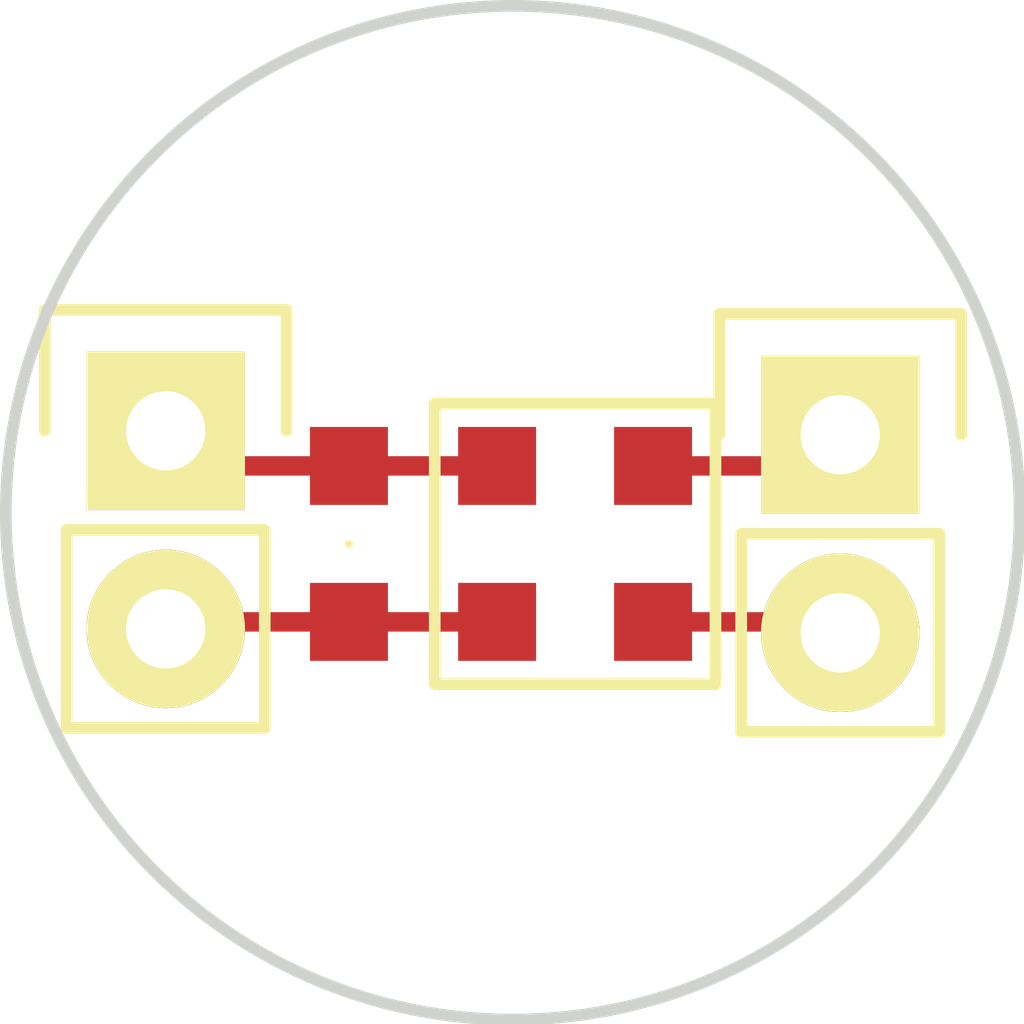
<source format=kicad_pcb>
(kicad_pcb (version 4) (host pcbnew 4.0.2+dfsg1-stable)

  (general
    (links 6)
    (no_connects 0)
    (area 25.474999 24.574999 38.625001 37.725001)
    (thickness 1.6)
    (drawings 1)
    (tracks 10)
    (zones 0)
    (modules 4)
    (nets 5)
  )

  (page A4)
  (layers
    (0 F.Cu signal)
    (31 B.Cu signal)
    (32 B.Adhes user)
    (33 F.Adhes user)
    (34 B.Paste user)
    (35 F.Paste user)
    (36 B.SilkS user)
    (37 F.SilkS user hide)
    (38 B.Mask user)
    (39 F.Mask user)
    (40 Dwgs.User user)
    (41 Cmts.User user)
    (42 Eco1.User user)
    (43 Eco2.User user)
    (44 Edge.Cuts user)
    (45 Margin user)
    (46 B.CrtYd user)
    (47 F.CrtYd user hide)
    (48 B.Fab user)
    (49 F.Fab user)
  )

  (setup
    (last_trace_width 0.25)
    (trace_clearance 0.25)
    (zone_clearance 0.5)
    (zone_45_only no)
    (trace_min 0.25)
    (segment_width 0.2)
    (edge_width 0.15)
    (via_size 0.6)
    (via_drill 0.4)
    (via_min_size 0.4)
    (via_min_drill 0.3)
    (uvia_size 0.3)
    (uvia_drill 0.1)
    (uvias_allowed no)
    (uvia_min_size 0.2)
    (uvia_min_drill 0.1)
    (pcb_text_width 0.3)
    (pcb_text_size 1.5 1.5)
    (mod_edge_width 0.15)
    (mod_text_size 1 1)
    (mod_text_width 0.15)
    (pad_size 1.524 1.524)
    (pad_drill 0.762)
    (pad_to_mask_clearance 0.2)
    (aux_axis_origin 0 0)
    (visible_elements FFFFFF7F)
    (pcbplotparams
      (layerselection 0x00030_80000001)
      (usegerberextensions false)
      (excludeedgelayer true)
      (linewidth 0.100000)
      (plotframeref false)
      (viasonmask false)
      (mode 1)
      (useauxorigin false)
      (hpglpennumber 1)
      (hpglpenspeed 20)
      (hpglpendiameter 15)
      (hpglpenoverlay 2)
      (psnegative false)
      (psa4output false)
      (plotreference true)
      (plotvalue true)
      (plotinvisibletext false)
      (padsonsilk false)
      (subtractmaskfromsilk false)
      (outputformat 1)
      (mirror false)
      (drillshape 1)
      (scaleselection 1)
      (outputdirectory ""))
  )

  (net 0 "")
  (net 1 VCC)
  (net 2 GND)
  (net 3 "Net-(P2-Pad1)")
  (net 4 "Net-(P2-Pad2)")

  (net_class Default "This is the default net class."
    (clearance 0.25)
    (trace_width 0.25)
    (via_dia 0.6)
    (via_drill 0.4)
    (uvia_dia 0.3)
    (uvia_drill 0.1)
    (add_net GND)
    (add_net "Net-(P2-Pad1)")
    (add_net "Net-(P2-Pad2)")
    (add_net VCC)
  )

  (module Pin_Headers:Pin_Header_Straight_1x02 (layer F.Cu) (tedit 58E40B39) (tstamp 58E3AFA4)
    (at 27.6 30.1)
    (descr "Through hole pin header")
    (tags "pin header")
    (path /58E3A69D)
    (fp_text reference P1 (at 0 -2.4) (layer F.SilkS) hide
      (effects (font (size 1 1) (thickness 0.15)))
    )
    (fp_text value CONN_01X02 (at -7.2 1.2) (layer F.Fab) hide
      (effects (font (size 1 1) (thickness 0.15)))
    )
    (fp_line (start 1.27 1.27) (end 1.27 3.81) (layer F.SilkS) (width 0.15))
    (fp_line (start 1.55 -1.55) (end 1.55 0) (layer F.SilkS) (width 0.15))
    (fp_line (start -1.75 -1.75) (end -1.75 4.3) (layer F.CrtYd) (width 0.05))
    (fp_line (start 1.75 -1.75) (end 1.75 4.3) (layer F.CrtYd) (width 0.05))
    (fp_line (start -1.75 -1.75) (end 1.75 -1.75) (layer F.CrtYd) (width 0.05))
    (fp_line (start -1.75 4.3) (end 1.75 4.3) (layer F.CrtYd) (width 0.05))
    (fp_line (start 1.27 1.27) (end -1.27 1.27) (layer F.SilkS) (width 0.15))
    (fp_line (start -1.55 0) (end -1.55 -1.55) (layer F.SilkS) (width 0.15))
    (fp_line (start -1.55 -1.55) (end 1.55 -1.55) (layer F.SilkS) (width 0.15))
    (fp_line (start -1.27 1.27) (end -1.27 3.81) (layer F.SilkS) (width 0.15))
    (fp_line (start -1.27 3.81) (end 1.27 3.81) (layer F.SilkS) (width 0.15))
    (pad 1 thru_hole rect (at 0 0) (size 2.032 2.032) (drill 1.016) (layers *.Cu *.Mask F.SilkS)
      (net 1 VCC))
    (pad 2 thru_hole oval (at 0 2.54) (size 2.032 2.032) (drill 1.016) (layers *.Cu *.Mask F.SilkS)
      (net 2 GND))
    (model Pin_Headers.3dshapes/Pin_Header_Straight_1x02.wrl
      (at (xyz 0 -0.05 0))
      (scale (xyz 1 1 1))
      (rotate (xyz 0 0 90))
    )
  )

  (module Capacitors_SMD:C_0805_HandSoldering (layer F.Cu) (tedit 58E40B41) (tstamp 588C6A0B)
    (at 29.95 31.55 270)
    (descr "Capacitor SMD 0805, hand soldering")
    (tags "capacitor 0805")
    (path /588BA7B7)
    (attr smd)
    (fp_text reference C1 (at 2.85 -0.05 360) (layer F.SilkS) hide
      (effects (font (size 1 1) (thickness 0.15)))
    )
    (fp_text value C (at 2.65 0.15 360) (layer F.Fab)
      (effects (font (size 1 1) (thickness 0.15)))
    )
    (fp_line (start -2 -1) (end 2 -1) (layer F.CrtYd) (width 0))
    (fp_line (start -2 1) (end 2 1) (layer F.CrtYd) (width 0))
    (fp_line (start -2 -1) (end -2 1) (layer F.CrtYd) (width 0))
    (fp_line (start 2 -1) (end 2 1) (layer F.CrtYd) (width 0))
    (fp_line (start 0 0) (end 0 0) (layer F.SilkS) (width 0))
    (fp_line (start 0 0) (end 0 0) (layer F.SilkS) (width 0))
    (pad 1 smd rect (at -1 0 270) (size 1 1) (layers F.Cu F.Paste F.Mask)
      (net 1 VCC))
    (pad 2 smd rect (at 1 0 270) (size 1 1) (layers F.Cu F.Paste F.Mask)
      (net 2 GND))
    (model Capacitors_SMD.3dshapes/C_0805_HandSoldering.wrl
      (at (xyz 0 0 0))
      (scale (xyz 1 1 1))
      (rotate (xyz 0 0 0))
    )
  )

  (module MS5837:MS5837-BA30 (layer F.Cu) (tedit 58E40B4A) (tstamp 588C6A1F)
    (at 32.85 31.55)
    (path /588BB31E)
    (fp_text reference U1 (at 0 3) (layer F.SilkS) hide
      (effects (font (size 1 1) (thickness 0.15)))
    )
    (fp_text value MS5837 (at -0.95 -2.95) (layer F.Fab)
      (effects (font (size 1 1) (thickness 0.15)))
    )
    (fp_line (start -1.8 1.8) (end -1.8 -1.8) (layer F.SilkS) (width 0.15))
    (fp_line (start -1.8 -1.8) (end 1.8 -1.8) (layer F.SilkS) (width 0.15))
    (fp_line (start 1.8 -1.8) (end 1.8 1.8) (layer F.SilkS) (width 0.15))
    (fp_line (start 1.8 1.8) (end -1.8 1.8) (layer F.SilkS) (width 0.15))
    (pad 2 smd rect (at -1 -1) (size 1 1) (layers F.Cu F.Paste F.Mask)
      (net 1 VCC))
    (pad 3 smd rect (at 1 -1) (size 1 1) (layers F.Cu F.Paste F.Mask)
      (net 3 "Net-(P2-Pad1)"))
    (pad 1 smd rect (at -1 1) (size 1 1) (layers F.Cu F.Paste F.Mask)
      (net 2 GND))
    (pad 4 smd rect (at 1 1) (size 1 1) (layers F.Cu F.Paste F.Mask)
      (net 4 "Net-(P2-Pad2)"))
  )

  (module Pin_Headers:Pin_Header_Straight_1x02 (layer F.Cu) (tedit 58E40B1B) (tstamp 58E3AFAA)
    (at 36.25 30.15)
    (descr "Through hole pin header")
    (tags "pin header")
    (path /58E3A656)
    (fp_text reference P2 (at -0.05 -2.55) (layer F.SilkS) hide
      (effects (font (size 1 1) (thickness 0.15)))
    )
    (fp_text value CONN_01X02 (at 7.25 1.05) (layer F.Fab) hide
      (effects (font (size 1 1) (thickness 0.15)))
    )
    (fp_line (start 1.27 1.27) (end 1.27 3.81) (layer F.SilkS) (width 0.15))
    (fp_line (start 1.55 -1.55) (end 1.55 0) (layer F.SilkS) (width 0.15))
    (fp_line (start -1.75 -1.75) (end -1.75 4.3) (layer F.CrtYd) (width 0.05))
    (fp_line (start 1.75 -1.75) (end 1.75 4.3) (layer F.CrtYd) (width 0.05))
    (fp_line (start -1.75 -1.75) (end 1.75 -1.75) (layer F.CrtYd) (width 0.05))
    (fp_line (start -1.75 4.3) (end 1.75 4.3) (layer F.CrtYd) (width 0.05))
    (fp_line (start 1.27 1.27) (end -1.27 1.27) (layer F.SilkS) (width 0.15))
    (fp_line (start -1.55 0) (end -1.55 -1.55) (layer F.SilkS) (width 0.15))
    (fp_line (start -1.55 -1.55) (end 1.55 -1.55) (layer F.SilkS) (width 0.15))
    (fp_line (start -1.27 1.27) (end -1.27 3.81) (layer F.SilkS) (width 0.15))
    (fp_line (start -1.27 3.81) (end 1.27 3.81) (layer F.SilkS) (width 0.15))
    (pad 1 thru_hole rect (at 0 0) (size 2.032 2.032) (drill 1.016) (layers *.Cu *.Mask F.SilkS)
      (net 3 "Net-(P2-Pad1)"))
    (pad 2 thru_hole oval (at 0 2.54) (size 2.032 2.032) (drill 1.016) (layers *.Cu *.Mask F.SilkS)
      (net 4 "Net-(P2-Pad2)"))
    (model Pin_Headers.3dshapes/Pin_Header_Straight_1x02.wrl
      (at (xyz 0 -0.05 0))
      (scale (xyz 1 1 1))
      (rotate (xyz 0 0 90))
    )
  )

  (gr_circle (center 32.05 31.15) (end 32.05 24.65) (layer Edge.Cuts) (width 0.15))

  (segment (start 29.95 30.55) (end 28.05 30.55) (width 0.25) (layer F.Cu) (net 1))
  (segment (start 28.05 30.55) (end 27.6 30.1) (width 0.25) (layer F.Cu) (net 1) (tstamp 58E3B6A7))
  (segment (start 28.05 30.55) (end 27.6 30.1) (width 0.25) (layer F.Cu) (net 1) (tstamp 58E3B61C))
  (segment (start 29.95 30.55) (end 31.85 30.55) (width 0.25) (layer F.Cu) (net 1))
  (segment (start 29.95 32.55) (end 27.69 32.55) (width 0.25) (layer F.Cu) (net 2))
  (segment (start 31.85 32.55) (end 29.95 32.55) (width 0.25) (layer F.Cu) (net 2))
  (segment (start 33.85 30.55) (end 35.85 30.55) (width 0.25) (layer F.Cu) (net 3))
  (segment (start 35.85 30.55) (end 36.25 30.15) (width 0.25) (layer F.Cu) (net 3) (tstamp 58E3B32C))
  (segment (start 33.85 32.55) (end 36.11 32.55) (width 0.25) (layer F.Cu) (net 4))
  (segment (start 36.11 32.55) (end 36.25 32.69) (width 0.25) (layer F.Cu) (net 4) (tstamp 58E3B334))

)

</source>
